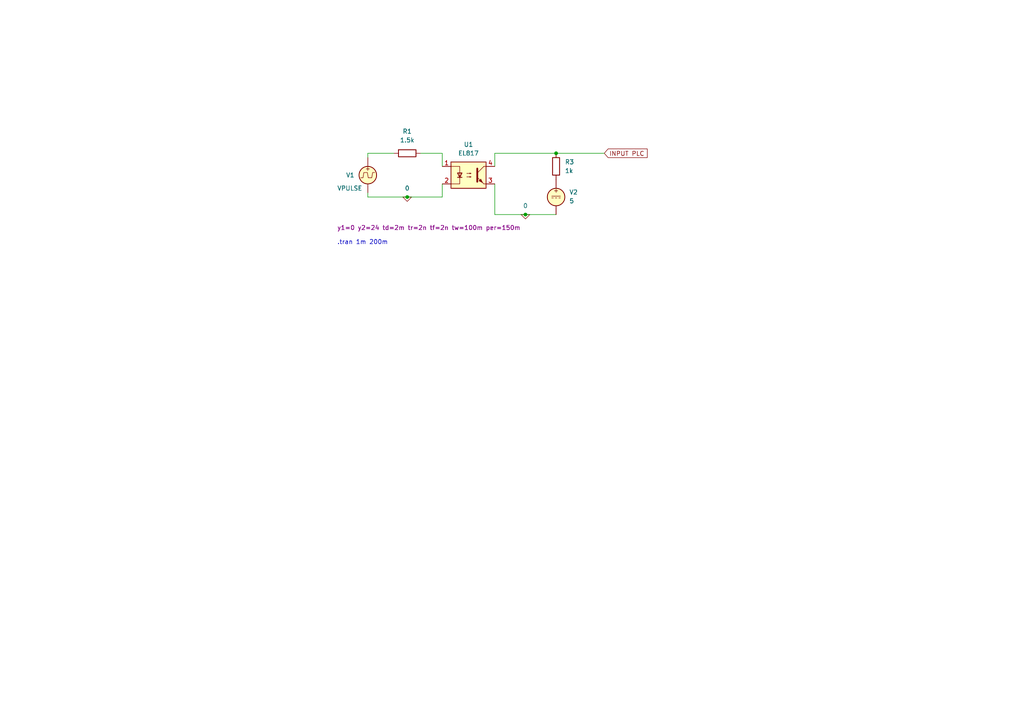
<source format=kicad_sch>
(kicad_sch (version 20230121) (generator eeschema)
  (paper "A4")
  (lib_symbols
    (symbol "Device:R" (pin_numbers hide) (pin_names (offset 0))
      (property "Reference" "R" (at 2.032 0 90))
      (property "Value" "R" (at 0 0 90))
      (symbol "R_0_1"
        (rectangle (start -1.016 -2.54) (end 1.016 2.54) (stroke (width 0.254)))
      )
      (symbol "R_1_1"
        (pin passive line (at 0 3.81 270) (length 1.27) (name "~") (number "1"))
        (pin passive line (at 0 -3.81 90) (length 1.27) (name "~") (number "2"))
      )
    )
    (symbol "Isolator:EL817" (pin_names (offset 1.016))
      (property "Reference" "U" (at -5.08 5.08 0))
      (property "Value" "EL817" (at 0 5.08 0))
      (symbol "EL817_0_1"
        (rectangle (start -5.08 3.81) (end 5.08 -3.81) (stroke (width 0.254)) (fill (type background)))
        (polyline (pts (xy -3.175 -0.635) (xy -1.905 -0.635)) (stroke (width 0.254)))
        (polyline (pts (xy 2.54 0.635) (xy 4.445 2.54)))
        (polyline (pts (xy 4.445 -2.54) (xy 2.54 -0.635)) (fill (type outline)))
        (polyline (pts (xy 4.445 -2.54) (xy 5.08 -2.54)))
        (polyline (pts (xy 4.445 2.54) (xy 5.08 2.54)))
        (polyline (pts (xy -5.08 2.54) (xy -2.54 2.54) (xy -2.54 -0.635)))
        (polyline (pts (xy -2.54 -0.635) (xy -2.54 -2.54) (xy -5.08 -2.54)))
        (polyline (pts (xy 2.54 1.905) (xy 2.54 -1.905) (xy 2.54 -1.905)) (stroke (width 0.508)))
        (polyline (pts (xy -2.54 -0.635) (xy -3.175 0.635) (xy -1.905 0.635) (xy -2.54 -0.635)) (stroke (width 0.254)))
        (polyline (pts (xy -0.508 -0.508) (xy 0.762 -0.508) (xy 0.381 -0.635) (xy 0.381 -0.381) (xy 0.762 -0.508)))
        (polyline (pts (xy -0.508 0.508) (xy 0.762 0.508) (xy 0.381 0.381) (xy 0.381 0.635) (xy 0.762 0.508)))
        (polyline (pts (xy 3.048 -1.651) (xy 3.556 -1.143) (xy 4.064 -2.159) (xy 3.048 -1.651) (xy 3.048 -1.651)) (fill (type outline)))
      )
      (symbol "EL817_1_1"
        (pin passive line (at -7.62 2.54 0) (length 2.54) (name "~") (number "1"))
        (pin passive line (at -7.62 -2.54 0) (length 2.54) (name "~") (number "2"))
        (pin passive line (at 7.62 -2.54 180) (length 2.54) (name "~") (number "3"))
        (pin passive line (at 7.62 2.54 180) (length 2.54) (name "~") (number "4"))
      )
    )
    (symbol "Simulation_SPICE:0" (power) (pin_names (offset 0))
      (property "Value" "0" (at 0 -1.778 0))
      (symbol "0_0_1"
        (polyline (pts (xy -1.27 0) (xy 0 -1.27) (xy 1.27 0) (xy -1.27 0)))
      )
      (symbol "0_1_1"
        (pin power_in line (at 0 0 0) (length 0) hide (name "0") (number "1"))
      )
    )
    (symbol "Simulation_SPICE:VDC" (pin_numbers hide) (pin_names (offset 0.0254))
      (property "Reference" "V" (at 2.54 2.54 0))
      (property "Value" "1" (at 2.54 0 0))
      (symbol "VDC_0_0"
        (polyline (pts (xy -1.27 0.254) (xy 1.27 0.254)))
        (polyline (pts (xy -0.762 -0.254) (xy -1.27 -0.254)))
        (polyline (pts (xy 0.254 -0.254) (xy -0.254 -0.254)))
        (polyline (pts (xy 1.27 -0.254) (xy 0.762 -0.254)))
        (text "+" (at 0 1.905 0) (effects (font (size 1.27 1.27))))
      )
      (symbol "VDC_0_1"
        (circle (center 0 0) (radius 2.54) (stroke (width 0.254)) (fill (type background)))
      )
      (symbol "VDC_1_1"
        (pin passive line (at 0 5.08 270) (length 2.54) (name "~") (number "1"))
        (pin passive line (at 0 -5.08 90) (length 2.54) (name "~") (number "2"))
      )
    )
    (symbol "Simulation_SPICE:VPULSE" (pin_numbers hide) (pin_names (offset 0.0254))
      (property "Reference" "V" (at 2.54 2.54 0))
      (property "Value" "VPULSE" (at 2.54 0 0))
      (property "Sim.Params" "y1=0 y2=1 td=2n tr=2n tf=2n tw=50n per=100n" (at 2.54 -2.54 0))
      (symbol "VPULSE_0_0"
        (polyline (pts (xy -2.032 -0.762) (xy -1.397 -0.762) (xy -1.143 0.762) (xy -0.127 0.762) (xy 0.127 -0.762) (xy 1.143 -0.762) (xy 1.397 0.762) (xy 2.032 0.762)))
        (text "+" (at 0 1.905 0) (effects (font (size 1.27 1.27))))
      )
      (symbol "VPULSE_0_1"
        (circle (center 0 0) (radius 2.54) (stroke (width 0.254)) (fill (type background)))
      )
      (symbol "VPULSE_1_1"
        (pin passive line (at 0 5.08 270) (length 2.54) (name "~") (number "1"))
        (pin passive line (at 0 -5.08 90) (length 2.54) (name "~") (number "2"))
      )
    )
  )
  (junction (at 118.11 57.15))
  (junction (at 152.4 62.23))
  (junction (at 161.29 44.45))
  (wire (pts (xy 143.51 53.34) (xy 143.51 62.23)))
  (wire (pts (xy 106.68 57.15) (xy 118.11 57.15)))
  (wire (pts (xy 121.92 44.45) (xy 128.27 44.45)))
  (wire (pts (xy 143.51 62.23) (xy 152.4 62.23)))
  (wire (pts (xy 128.27 57.15) (xy 128.27 53.34)))
  (wire (pts (xy 106.68 44.45) (xy 114.3 44.45)))
  (wire (pts (xy 106.68 57.15) (xy 106.68 55.88)))
  (wire (pts (xy 128.27 44.45) (xy 128.27 48.26)))
  (wire (pts (xy 118.11 57.15) (xy 128.27 57.15)))
  (wire (pts (xy 161.29 44.45) (xy 175.26 44.45)))
  (wire (pts (xy 106.68 44.45) (xy 106.68 45.72)))
  (wire (pts (xy 143.51 44.45) (xy 161.29 44.45)))
  (wire (pts (xy 152.4 62.23) (xy 161.29 62.23)))
  (wire (pts (xy 143.51 48.26) (xy 143.51 44.45)))
  (text ".tran 1m 200m" (at 97.79 71.12 0) (effects (font (size 1.27 1.27)) (justify left bottom)))
  (global_label "INPUT PLC" (shape input) (at 175.26 44.45 0) (property "Intersheetrefs" "${INTERSHEET_REFS}" (effects hide)))
  (symbol (lib_id "Device:R") (at 118.11 44.45 90) (unit 1)
    (property "Reference" "R1" (at 118.11 38.1 90))
    (property "Value" "1.5k" (at 118.11 40.64 90))
  )
  (symbol (lib_id "Isolator:EL817") (at 135.89 50.8 0) (unit 1)
    (property "Reference" "U1" (at 135.89 41.91 0))
    (property "Value" "EL817" (at 135.89 44.45 0))
    (property "Footprint" "Package_DIP:DIP-4_W7.62mm" (effects hide))
    (property "Datasheet" "http://www.everlight.com/file/ProductFile/EL817.pdf" (effects hide))
    (property "Sim.Library" "/home/user/kicad/pc817.lib" (effects hide))
    (property "Sim.Name" "PC817C" (effects hide))
    (property "Sim.Device" "SUBCKT" (effects hide))
    (property "Sim.Pins" "1=1 2=2 3=4 4=3" (effects hide))
  )
  (symbol (lib_id "Simulation_SPICE:0") (at 118.11 57.15 0) (unit 1)
    (property "Reference" "#GND02" (effects hide))
    (property "Value" "0" (at 118.11 54.61 0))
  )
  (symbol (lib_id "Simulation_SPICE:0") (at 152.4 62.23 0) (unit 1)
    (property "Reference" "#GND01" (effects hide))
    (property "Value" "0" (at 152.4 59.69 0))
  )
  (symbol (lib_id "Simulation_SPICE:VPULSE") (at 106.68 50.8 0) (unit 1)
    (property "Reference" "V1" (at 100.33 50.8 0) (effects (justify left)))
    (property "Value" "VPULSE" (at 97.79 54.61 0) (effects (justify left)))
    (property "Sim.Pins" "1=+ 2=-" (effects hide))
    (property "Sim.Type" "PULSE" (effects hide))
    (property "Sim.Device" "V" (effects hide))
    (property "Sim.Params" "y1=0 y2=24 td=2m tr=2n tf=2n tw=100m per=150m" (at 97.79 66.04 0) (effects (justify left)))
  )
  (symbol (lib_id "Device:R") (at 161.29 48.26 0) (unit 1)
    (property "Reference" "R3" (at 163.83 46.99 0) (effects (justify left)))
    (property "Value" "1k" (at 163.83 49.53 0) (effects (justify left)))
  )
  (symbol (lib_id "Simulation_SPICE:VDC") (at 161.29 57.15 0) (unit 1)
    (property "Reference" "V2" (at 165.1 55.7502 0) (effects (justify left)))
    (property "Value" "5" (at 165.1 58.2902 0) (effects (justify left)))
    (property "Sim.Pins" "1=+ 2=-" (effects hide))
    (property "Sim.Type" "DC" (effects hide))
    (property "Sim.Device" "V" (effects hide))
  )
)
</source>
